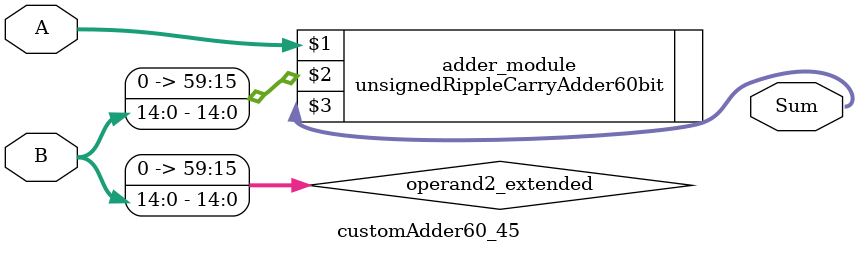
<source format=v>
module customAdder60_45(
                        input [59 : 0] A,
                        input [14 : 0] B,
                        
                        output [60 : 0] Sum
                );

        wire [59 : 0] operand2_extended;
        
        assign operand2_extended =  {45'b0, B};
        
        unsignedRippleCarryAdder60bit adder_module(
            A,
            operand2_extended,
            Sum
        );
        
        endmodule
        
</source>
